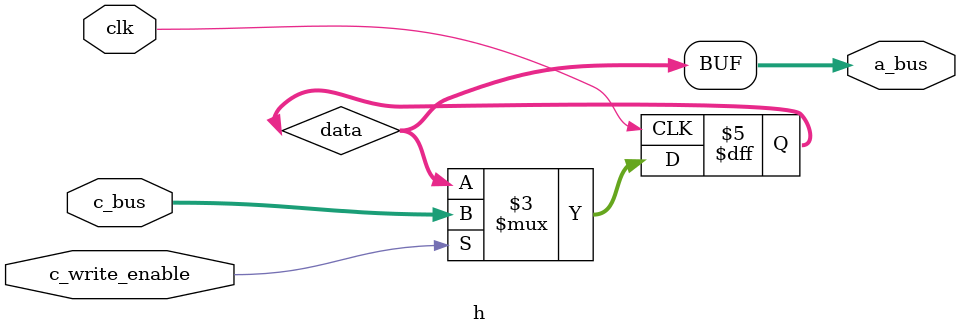
<source format=v>
module h #(parameter WORD_WIDTH = 8) (clk,c_bus,c_write_enable,a_bus);
  input clk;
  input c_write_enable;
  input [WORD_WIDTH-1 : 0] c_bus;
  output [WORD_WIDTH-1 : 0] a_bus;
  reg [WORD_WIDTH-1 : 0] data;
  
  assign a_bus = data;
  
  initial data = 0;
  
  always @ (posedge clk)
  begin
    if (c_write_enable)
      data <= c_bus;
  end
  
endmodule
</source>
